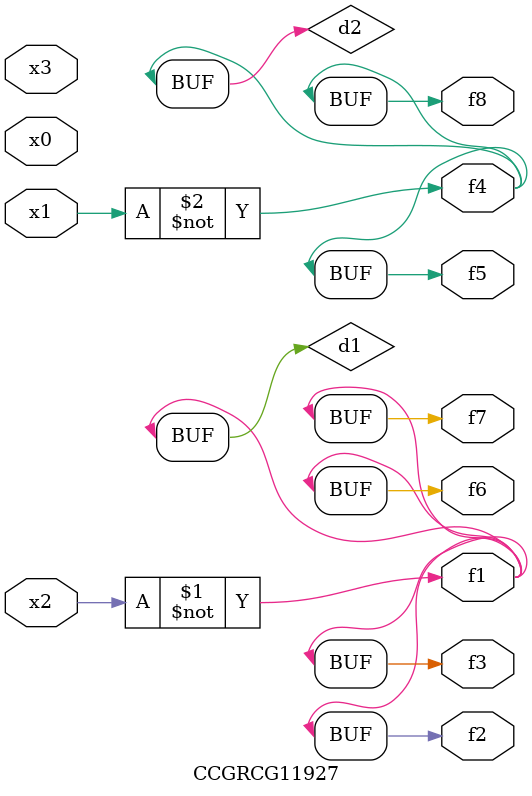
<source format=v>
module CCGRCG11927(
	input x0, x1, x2, x3,
	output f1, f2, f3, f4, f5, f6, f7, f8
);

	wire d1, d2;

	xnor (d1, x2);
	not (d2, x1);
	assign f1 = d1;
	assign f2 = d1;
	assign f3 = d1;
	assign f4 = d2;
	assign f5 = d2;
	assign f6 = d1;
	assign f7 = d1;
	assign f8 = d2;
endmodule

</source>
